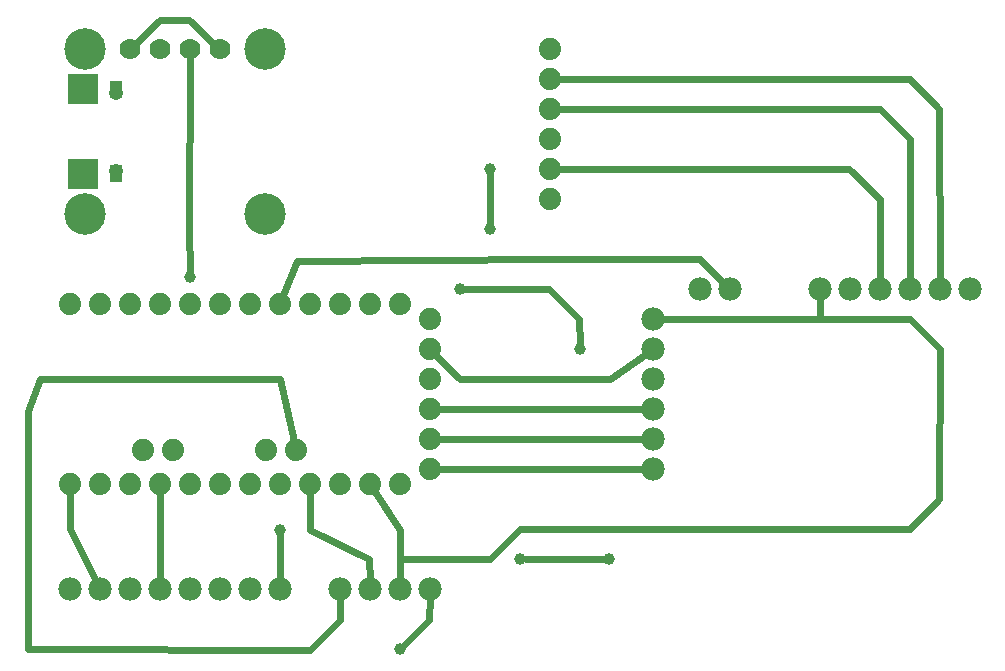
<source format=gbl>
G04 MADE WITH FRITZING*
G04 WWW.FRITZING.ORG*
G04 DOUBLE SIDED*
G04 HOLES PLATED*
G04 CONTOUR ON CENTER OF CONTOUR VECTOR*
%ASAXBY*%
%FSLAX23Y23*%
%MOIN*%
%OFA0B0*%
%SFA1.0B1.0*%
%ADD10C,0.078000*%
%ADD11C,0.039370*%
%ADD12C,0.074000*%
%ADD13C,0.138425*%
%ADD14C,0.098425*%
%ADD15C,0.070000*%
%ADD16C,0.047559*%
%ADD17R,0.098425X0.098425*%
%ADD18C,0.024000*%
%ADD19R,0.001000X0.001000*%
%LNCOPPER0*%
G90*
G70*
G54D10*
X2388Y1298D03*
X2288Y1298D03*
X2688Y1298D03*
X2788Y1298D03*
X2888Y1298D03*
X2988Y1298D03*
X3088Y1298D03*
X3188Y1298D03*
G54D11*
X1488Y1298D03*
X1888Y1098D03*
X1288Y98D03*
X1987Y398D03*
X1690Y398D03*
X889Y496D03*
X590Y1338D03*
G54D10*
X2134Y1198D03*
X2134Y1098D03*
X2134Y998D03*
X2134Y898D03*
X2134Y798D03*
X2134Y698D03*
X1088Y298D03*
X1188Y298D03*
X1288Y298D03*
X1388Y298D03*
G54D11*
X1588Y1698D03*
X1588Y1498D03*
G54D10*
X188Y298D03*
X288Y298D03*
X388Y298D03*
X488Y298D03*
X588Y298D03*
X688Y298D03*
X788Y298D03*
X888Y298D03*
G54D12*
X1788Y1598D03*
X1788Y1698D03*
X1788Y1798D03*
X1788Y1898D03*
X1788Y1998D03*
X1788Y2098D03*
X1388Y698D03*
X1388Y798D03*
X1388Y898D03*
X1388Y998D03*
X1388Y1098D03*
X1388Y1198D03*
X843Y763D03*
X943Y763D03*
X433Y763D03*
X533Y763D03*
X1288Y648D03*
X1188Y648D03*
X1088Y648D03*
X988Y648D03*
X888Y648D03*
X788Y648D03*
X688Y648D03*
X588Y648D03*
X488Y648D03*
X388Y648D03*
X288Y648D03*
X188Y648D03*
X188Y1248D03*
X288Y1248D03*
X388Y1248D03*
X488Y1248D03*
X588Y1248D03*
X688Y1248D03*
X788Y1248D03*
X888Y1248D03*
X988Y1248D03*
X1088Y1248D03*
X1188Y1248D03*
X1288Y1248D03*
G54D13*
X838Y2098D03*
G54D14*
X234Y1964D03*
G54D13*
X238Y2098D03*
G54D15*
X688Y2098D03*
G54D16*
X344Y1953D03*
G54D15*
X588Y2098D03*
X388Y2098D03*
X488Y2098D03*
G54D13*
X838Y1548D03*
X238Y1548D03*
G54D16*
X344Y1693D03*
G54D14*
X234Y1681D03*
G54D17*
X234Y1964D03*
X234Y1681D03*
G54D18*
X2104Y898D02*
X1420Y898D01*
D02*
X2104Y798D02*
X1420Y798D01*
D02*
X2104Y698D02*
X1420Y698D01*
D02*
X1887Y1197D02*
X1787Y1297D01*
D02*
X1787Y1297D02*
X1507Y1298D01*
D02*
X1888Y1117D02*
X1887Y1197D01*
D02*
X189Y499D02*
X189Y617D01*
D02*
X275Y325D02*
X189Y499D01*
D02*
X489Y397D02*
X489Y617D01*
D02*
X489Y328D02*
X489Y397D01*
D02*
X1387Y196D02*
X1302Y111D01*
D02*
X1388Y268D02*
X1387Y196D01*
D02*
X1709Y399D02*
X1968Y399D01*
D02*
X1187Y397D02*
X988Y496D01*
D02*
X988Y496D02*
X988Y617D01*
D02*
X1188Y328D02*
X1187Y397D01*
D02*
X1289Y496D02*
X1206Y622D01*
D02*
X1289Y328D02*
X1289Y496D01*
D02*
X888Y328D02*
X889Y477D01*
D02*
X590Y1357D02*
X587Y1498D01*
D02*
X587Y1498D02*
X588Y2067D01*
D02*
X1989Y997D02*
X1488Y997D01*
D02*
X1488Y997D02*
X1410Y1076D01*
D02*
X2109Y1081D02*
X1989Y997D01*
D02*
X587Y2196D02*
X488Y2196D01*
D02*
X488Y2196D02*
X410Y2119D01*
D02*
X666Y2119D02*
X587Y2196D01*
D02*
X1789Y1398D02*
X946Y1392D01*
D02*
X2288Y1398D02*
X1789Y1398D01*
D02*
X2367Y1319D02*
X2288Y1398D01*
D02*
X946Y1392D02*
X900Y1277D01*
D02*
X1289Y496D02*
X1289Y397D01*
D02*
X1206Y622D02*
X1289Y496D01*
D02*
X1689Y499D02*
X2990Y498D01*
D02*
X1589Y398D02*
X1689Y499D01*
D02*
X2990Y498D02*
X3087Y599D01*
D02*
X1289Y397D02*
X1589Y398D01*
D02*
X2990Y1199D02*
X2688Y1199D01*
D02*
X2688Y1199D02*
X2688Y1268D01*
D02*
X3088Y1098D02*
X2990Y1199D01*
D02*
X3087Y599D02*
X3088Y1098D01*
D02*
X2888Y1897D02*
X1820Y1898D01*
D02*
X2989Y1798D02*
X2888Y1897D01*
D02*
X2988Y1328D02*
X2989Y1798D01*
D02*
X2989Y1998D02*
X1820Y1998D01*
D02*
X3087Y1897D02*
X2989Y1998D01*
D02*
X3088Y1328D02*
X3087Y1897D01*
D02*
X1588Y1679D02*
X1588Y1517D01*
D02*
X89Y997D02*
X889Y997D01*
D02*
X889Y997D02*
X936Y793D01*
D02*
X48Y891D02*
X89Y997D01*
D02*
X48Y100D02*
X48Y891D01*
D02*
X1088Y196D02*
X988Y96D01*
D02*
X988Y96D02*
X48Y100D01*
D02*
X1088Y268D02*
X1088Y196D01*
D02*
X2787Y1698D02*
X1820Y1698D01*
D02*
X2888Y1597D02*
X2787Y1698D01*
D02*
X2888Y1328D02*
X2888Y1597D01*
D02*
X2390Y1199D02*
X2164Y1198D01*
D02*
X2690Y1199D02*
X2390Y1199D01*
D02*
X2689Y1268D02*
X2690Y1199D01*
G54D19*
X325Y1990D02*
X362Y1990D01*
X325Y1989D02*
X362Y1989D01*
X325Y1988D02*
X362Y1988D01*
X325Y1987D02*
X362Y1987D01*
X325Y1986D02*
X362Y1986D01*
X325Y1985D02*
X362Y1985D01*
X325Y1984D02*
X362Y1984D01*
X325Y1983D02*
X362Y1983D01*
X325Y1982D02*
X362Y1982D01*
X325Y1981D02*
X362Y1981D01*
X325Y1980D02*
X362Y1980D01*
X325Y1979D02*
X362Y1979D01*
X325Y1978D02*
X362Y1978D01*
X325Y1977D02*
X362Y1977D01*
X325Y1976D02*
X362Y1976D01*
X325Y1975D02*
X362Y1975D01*
X325Y1974D02*
X362Y1974D01*
X325Y1973D02*
X362Y1973D01*
X325Y1972D02*
X362Y1972D01*
X325Y1971D02*
X338Y1971D01*
X348Y1971D02*
X362Y1971D01*
X325Y1970D02*
X335Y1970D01*
X351Y1970D02*
X362Y1970D01*
X325Y1969D02*
X333Y1969D01*
X353Y1969D02*
X362Y1969D01*
X325Y1968D02*
X332Y1968D01*
X355Y1968D02*
X362Y1968D01*
X325Y1967D02*
X331Y1967D01*
X356Y1967D02*
X362Y1967D01*
X325Y1966D02*
X329Y1966D01*
X357Y1966D02*
X362Y1966D01*
X325Y1965D02*
X329Y1965D01*
X358Y1965D02*
X362Y1965D01*
X325Y1964D02*
X328Y1964D01*
X359Y1964D02*
X362Y1964D01*
X325Y1963D02*
X327Y1963D01*
X360Y1963D02*
X362Y1963D01*
X325Y1962D02*
X326Y1962D01*
X360Y1962D02*
X362Y1962D01*
X325Y1961D02*
X326Y1961D01*
X361Y1961D02*
X362Y1961D01*
X325Y1960D02*
X325Y1960D01*
X361Y1960D02*
X362Y1960D01*
X325Y1959D02*
X325Y1959D01*
X361Y1959D02*
X362Y1959D01*
X325Y1958D02*
X325Y1958D01*
X362Y1958D02*
X362Y1958D01*
X325Y1948D02*
X325Y1948D01*
X362Y1948D02*
X362Y1948D01*
X325Y1947D02*
X325Y1947D01*
X362Y1947D02*
X362Y1947D01*
X325Y1946D02*
X325Y1946D01*
X361Y1946D02*
X362Y1946D01*
X325Y1945D02*
X326Y1945D01*
X361Y1945D02*
X362Y1945D01*
X325Y1944D02*
X326Y1944D01*
X360Y1944D02*
X362Y1944D01*
X325Y1943D02*
X327Y1943D01*
X360Y1943D02*
X362Y1943D01*
X325Y1942D02*
X328Y1942D01*
X359Y1942D02*
X362Y1942D01*
X325Y1941D02*
X328Y1941D01*
X358Y1941D02*
X362Y1941D01*
X325Y1940D02*
X329Y1940D01*
X357Y1940D02*
X362Y1940D01*
X325Y1939D02*
X330Y1939D01*
X356Y1939D02*
X362Y1939D01*
X325Y1938D02*
X331Y1938D01*
X355Y1938D02*
X362Y1938D01*
X325Y1937D02*
X333Y1937D01*
X354Y1937D02*
X362Y1937D01*
X325Y1936D02*
X335Y1936D01*
X352Y1936D02*
X362Y1936D01*
X325Y1935D02*
X337Y1935D01*
X349Y1935D02*
X362Y1935D01*
X325Y1711D02*
X338Y1711D01*
X349Y1711D02*
X362Y1711D01*
X325Y1710D02*
X335Y1710D01*
X352Y1710D02*
X362Y1710D01*
X325Y1709D02*
X333Y1709D01*
X354Y1709D02*
X362Y1709D01*
X325Y1708D02*
X332Y1708D01*
X355Y1708D02*
X362Y1708D01*
X325Y1707D02*
X330Y1707D01*
X356Y1707D02*
X362Y1707D01*
X325Y1706D02*
X329Y1706D01*
X357Y1706D02*
X362Y1706D01*
X325Y1705D02*
X328Y1705D01*
X358Y1705D02*
X362Y1705D01*
X325Y1704D02*
X328Y1704D01*
X359Y1704D02*
X362Y1704D01*
X325Y1703D02*
X327Y1703D01*
X360Y1703D02*
X362Y1703D01*
X325Y1702D02*
X326Y1702D01*
X360Y1702D02*
X362Y1702D01*
X325Y1701D02*
X326Y1701D01*
X361Y1701D02*
X362Y1701D01*
X325Y1700D02*
X325Y1700D01*
X361Y1700D02*
X362Y1700D01*
X325Y1699D02*
X325Y1699D01*
X362Y1699D02*
X362Y1699D01*
X325Y1698D02*
X325Y1698D01*
X362Y1698D02*
X362Y1698D01*
X325Y1688D02*
X325Y1688D01*
X362Y1688D02*
X362Y1688D01*
X325Y1687D02*
X325Y1687D01*
X361Y1687D02*
X362Y1687D01*
X325Y1686D02*
X325Y1686D01*
X361Y1686D02*
X362Y1686D01*
X325Y1685D02*
X326Y1685D01*
X361Y1685D02*
X362Y1685D01*
X325Y1684D02*
X326Y1684D01*
X360Y1684D02*
X362Y1684D01*
X325Y1683D02*
X327Y1683D01*
X360Y1683D02*
X362Y1683D01*
X325Y1682D02*
X328Y1682D01*
X359Y1682D02*
X362Y1682D01*
X325Y1681D02*
X329Y1681D01*
X358Y1681D02*
X362Y1681D01*
X325Y1680D02*
X329Y1680D01*
X357Y1680D02*
X362Y1680D01*
X325Y1679D02*
X330Y1679D01*
X356Y1679D02*
X362Y1679D01*
X325Y1678D02*
X332Y1678D01*
X355Y1678D02*
X362Y1678D01*
X325Y1677D02*
X333Y1677D01*
X353Y1677D02*
X362Y1677D01*
X325Y1676D02*
X335Y1676D01*
X352Y1676D02*
X362Y1676D01*
X325Y1675D02*
X338Y1675D01*
X349Y1675D02*
X362Y1675D01*
X325Y1674D02*
X362Y1674D01*
X325Y1673D02*
X362Y1673D01*
X325Y1672D02*
X362Y1672D01*
X325Y1671D02*
X362Y1671D01*
X325Y1670D02*
X362Y1670D01*
X325Y1669D02*
X362Y1669D01*
X325Y1668D02*
X362Y1668D01*
X325Y1667D02*
X362Y1667D01*
X325Y1666D02*
X362Y1666D01*
X325Y1665D02*
X362Y1665D01*
X325Y1664D02*
X362Y1664D01*
X325Y1663D02*
X362Y1663D01*
X325Y1662D02*
X362Y1662D01*
X325Y1661D02*
X362Y1661D01*
X325Y1660D02*
X362Y1660D01*
X325Y1659D02*
X362Y1659D01*
X325Y1658D02*
X362Y1658D01*
X325Y1657D02*
X362Y1657D01*
X325Y1656D02*
X362Y1656D01*
D02*
G04 End of Copper0*
M02*
</source>
